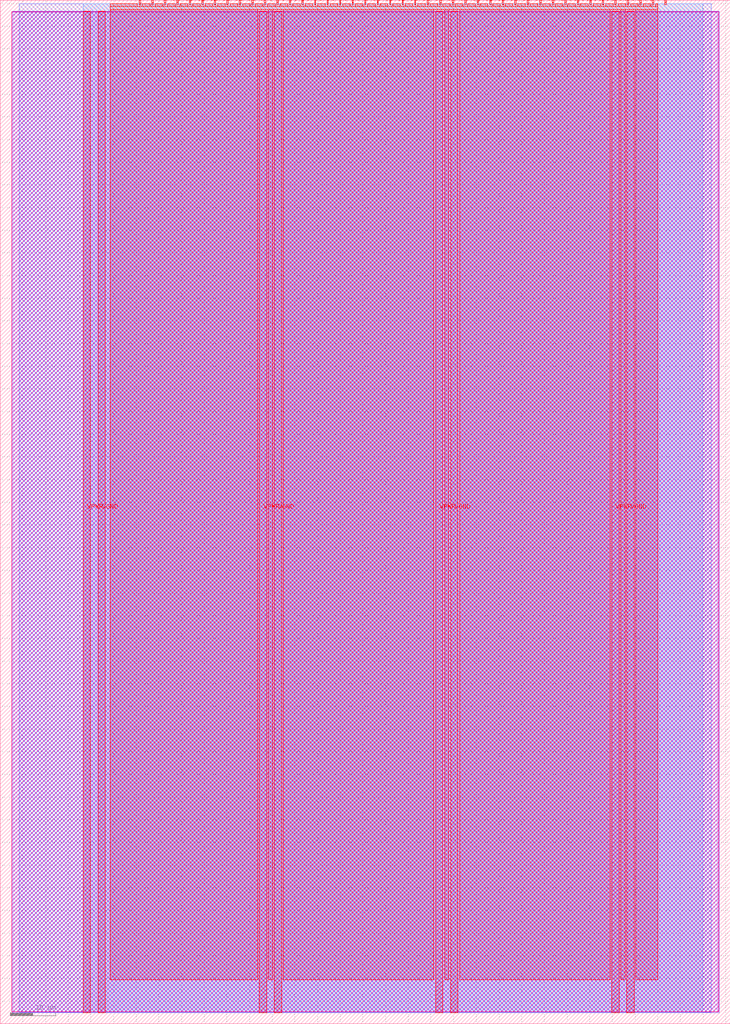
<source format=lef>
VERSION 5.7 ;
  NOWIREEXTENSIONATPIN ON ;
  DIVIDERCHAR "/" ;
  BUSBITCHARS "[]" ;
MACRO tt_um_rejunity_vga_playground
  CLASS BLOCK ;
  FOREIGN tt_um_rejunity_vga_playground ;
  ORIGIN 0.000 0.000 ;
  SIZE 161.000 BY 225.760 ;
  PIN VGND
    DIRECTION INOUT ;
    USE GROUND ;
    PORT
      LAYER met4 ;
        RECT 21.580 2.480 23.180 223.280 ;
    END
    PORT
      LAYER met4 ;
        RECT 60.450 2.480 62.050 223.280 ;
    END
    PORT
      LAYER met4 ;
        RECT 99.320 2.480 100.920 223.280 ;
    END
    PORT
      LAYER met4 ;
        RECT 138.190 2.480 139.790 223.280 ;
    END
  END VGND
  PIN VPWR
    DIRECTION INOUT ;
    USE POWER ;
    PORT
      LAYER met4 ;
        RECT 18.280 2.480 19.880 223.280 ;
    END
    PORT
      LAYER met4 ;
        RECT 57.150 2.480 58.750 223.280 ;
    END
    PORT
      LAYER met4 ;
        RECT 96.020 2.480 97.620 223.280 ;
    END
    PORT
      LAYER met4 ;
        RECT 134.890 2.480 136.490 223.280 ;
    END
  END VPWR
  PIN clk
    DIRECTION INPUT ;
    USE SIGNAL ;
    ANTENNAGATEAREA 0.852000 ;
    PORT
      LAYER met4 ;
        RECT 143.830 224.760 144.130 225.760 ;
    END
  END clk
  PIN ena
    DIRECTION INPUT ;
    USE SIGNAL ;
    PORT
      LAYER met4 ;
        RECT 146.590 224.760 146.890 225.760 ;
    END
  END ena
  PIN rst_n
    DIRECTION INPUT ;
    USE SIGNAL ;
    ANTENNAGATEAREA 0.196500 ;
    PORT
      LAYER met4 ;
        RECT 141.070 224.760 141.370 225.760 ;
    END
  END rst_n
  PIN ui_in[0]
    DIRECTION INPUT ;
    USE SIGNAL ;
    PORT
      LAYER met4 ;
        RECT 138.310 224.760 138.610 225.760 ;
    END
  END ui_in[0]
  PIN ui_in[1]
    DIRECTION INPUT ;
    USE SIGNAL ;
    PORT
      LAYER met4 ;
        RECT 135.550 224.760 135.850 225.760 ;
    END
  END ui_in[1]
  PIN ui_in[2]
    DIRECTION INPUT ;
    USE SIGNAL ;
    PORT
      LAYER met4 ;
        RECT 132.790 224.760 133.090 225.760 ;
    END
  END ui_in[2]
  PIN ui_in[3]
    DIRECTION INPUT ;
    USE SIGNAL ;
    PORT
      LAYER met4 ;
        RECT 130.030 224.760 130.330 225.760 ;
    END
  END ui_in[3]
  PIN ui_in[4]
    DIRECTION INPUT ;
    USE SIGNAL ;
    PORT
      LAYER met4 ;
        RECT 127.270 224.760 127.570 225.760 ;
    END
  END ui_in[4]
  PIN ui_in[5]
    DIRECTION INPUT ;
    USE SIGNAL ;
    PORT
      LAYER met4 ;
        RECT 124.510 224.760 124.810 225.760 ;
    END
  END ui_in[5]
  PIN ui_in[6]
    DIRECTION INPUT ;
    USE SIGNAL ;
    PORT
      LAYER met4 ;
        RECT 121.750 224.760 122.050 225.760 ;
    END
  END ui_in[6]
  PIN ui_in[7]
    DIRECTION INPUT ;
    USE SIGNAL ;
    PORT
      LAYER met4 ;
        RECT 118.990 224.760 119.290 225.760 ;
    END
  END ui_in[7]
  PIN uio_in[0]
    DIRECTION INPUT ;
    USE SIGNAL ;
    PORT
      LAYER met4 ;
        RECT 116.230 224.760 116.530 225.760 ;
    END
  END uio_in[0]
  PIN uio_in[1]
    DIRECTION INPUT ;
    USE SIGNAL ;
    PORT
      LAYER met4 ;
        RECT 113.470 224.760 113.770 225.760 ;
    END
  END uio_in[1]
  PIN uio_in[2]
    DIRECTION INPUT ;
    USE SIGNAL ;
    PORT
      LAYER met4 ;
        RECT 110.710 224.760 111.010 225.760 ;
    END
  END uio_in[2]
  PIN uio_in[3]
    DIRECTION INPUT ;
    USE SIGNAL ;
    PORT
      LAYER met4 ;
        RECT 107.950 224.760 108.250 225.760 ;
    END
  END uio_in[3]
  PIN uio_in[4]
    DIRECTION INPUT ;
    USE SIGNAL ;
    PORT
      LAYER met4 ;
        RECT 105.190 224.760 105.490 225.760 ;
    END
  END uio_in[4]
  PIN uio_in[5]
    DIRECTION INPUT ;
    USE SIGNAL ;
    PORT
      LAYER met4 ;
        RECT 102.430 224.760 102.730 225.760 ;
    END
  END uio_in[5]
  PIN uio_in[6]
    DIRECTION INPUT ;
    USE SIGNAL ;
    PORT
      LAYER met4 ;
        RECT 99.670 224.760 99.970 225.760 ;
    END
  END uio_in[6]
  PIN uio_in[7]
    DIRECTION INPUT ;
    USE SIGNAL ;
    PORT
      LAYER met4 ;
        RECT 96.910 224.760 97.210 225.760 ;
    END
  END uio_in[7]
  PIN uio_oe[0]
    DIRECTION OUTPUT ;
    USE SIGNAL ;
    PORT
      LAYER met4 ;
        RECT 49.990 224.760 50.290 225.760 ;
    END
  END uio_oe[0]
  PIN uio_oe[1]
    DIRECTION OUTPUT ;
    USE SIGNAL ;
    PORT
      LAYER met4 ;
        RECT 47.230 224.760 47.530 225.760 ;
    END
  END uio_oe[1]
  PIN uio_oe[2]
    DIRECTION OUTPUT ;
    USE SIGNAL ;
    PORT
      LAYER met4 ;
        RECT 44.470 224.760 44.770 225.760 ;
    END
  END uio_oe[2]
  PIN uio_oe[3]
    DIRECTION OUTPUT ;
    USE SIGNAL ;
    PORT
      LAYER met4 ;
        RECT 41.710 224.760 42.010 225.760 ;
    END
  END uio_oe[3]
  PIN uio_oe[4]
    DIRECTION OUTPUT ;
    USE SIGNAL ;
    PORT
      LAYER met4 ;
        RECT 38.950 224.760 39.250 225.760 ;
    END
  END uio_oe[4]
  PIN uio_oe[5]
    DIRECTION OUTPUT ;
    USE SIGNAL ;
    PORT
      LAYER met4 ;
        RECT 36.190 224.760 36.490 225.760 ;
    END
  END uio_oe[5]
  PIN uio_oe[6]
    DIRECTION OUTPUT ;
    USE SIGNAL ;
    PORT
      LAYER met4 ;
        RECT 33.430 224.760 33.730 225.760 ;
    END
  END uio_oe[6]
  PIN uio_oe[7]
    DIRECTION OUTPUT ;
    USE SIGNAL ;
    PORT
      LAYER met4 ;
        RECT 30.670 224.760 30.970 225.760 ;
    END
  END uio_oe[7]
  PIN uio_out[0]
    DIRECTION OUTPUT ;
    USE SIGNAL ;
    PORT
      LAYER met4 ;
        RECT 72.070 224.760 72.370 225.760 ;
    END
  END uio_out[0]
  PIN uio_out[1]
    DIRECTION OUTPUT ;
    USE SIGNAL ;
    PORT
      LAYER met4 ;
        RECT 69.310 224.760 69.610 225.760 ;
    END
  END uio_out[1]
  PIN uio_out[2]
    DIRECTION OUTPUT ;
    USE SIGNAL ;
    PORT
      LAYER met4 ;
        RECT 66.550 224.760 66.850 225.760 ;
    END
  END uio_out[2]
  PIN uio_out[3]
    DIRECTION OUTPUT ;
    USE SIGNAL ;
    PORT
      LAYER met4 ;
        RECT 63.790 224.760 64.090 225.760 ;
    END
  END uio_out[3]
  PIN uio_out[4]
    DIRECTION OUTPUT ;
    USE SIGNAL ;
    PORT
      LAYER met4 ;
        RECT 61.030 224.760 61.330 225.760 ;
    END
  END uio_out[4]
  PIN uio_out[5]
    DIRECTION OUTPUT ;
    USE SIGNAL ;
    PORT
      LAYER met4 ;
        RECT 58.270 224.760 58.570 225.760 ;
    END
  END uio_out[5]
  PIN uio_out[6]
    DIRECTION OUTPUT ;
    USE SIGNAL ;
    PORT
      LAYER met4 ;
        RECT 55.510 224.760 55.810 225.760 ;
    END
  END uio_out[6]
  PIN uio_out[7]
    DIRECTION OUTPUT ;
    USE SIGNAL ;
    PORT
      LAYER met4 ;
        RECT 52.750 224.760 53.050 225.760 ;
    END
  END uio_out[7]
  PIN uo_out[0]
    DIRECTION OUTPUT ;
    USE SIGNAL ;
    PORT
      LAYER met4 ;
        RECT 94.150 224.760 94.450 225.760 ;
    END
  END uo_out[0]
  PIN uo_out[1]
    DIRECTION OUTPUT ;
    USE SIGNAL ;
    ANTENNADIFFAREA 0.924000 ;
    PORT
      LAYER met4 ;
        RECT 91.390 224.760 91.690 225.760 ;
    END
  END uo_out[1]
  PIN uo_out[2]
    DIRECTION OUTPUT ;
    USE SIGNAL ;
    ANTENNADIFFAREA 0.924000 ;
    PORT
      LAYER met4 ;
        RECT 88.630 224.760 88.930 225.760 ;
    END
  END uo_out[2]
  PIN uo_out[3]
    DIRECTION OUTPUT ;
    USE SIGNAL ;
    ANTENNADIFFAREA 0.445500 ;
    PORT
      LAYER met4 ;
        RECT 85.870 224.760 86.170 225.760 ;
    END
  END uo_out[3]
  PIN uo_out[4]
    DIRECTION OUTPUT ;
    USE SIGNAL ;
    PORT
      LAYER met4 ;
        RECT 83.110 224.760 83.410 225.760 ;
    END
  END uo_out[4]
  PIN uo_out[5]
    DIRECTION OUTPUT ;
    USE SIGNAL ;
    ANTENNADIFFAREA 1.593000 ;
    PORT
      LAYER met4 ;
        RECT 80.350 224.760 80.650 225.760 ;
    END
  END uo_out[5]
  PIN uo_out[6]
    DIRECTION OUTPUT ;
    USE SIGNAL ;
    ANTENNADIFFAREA 0.924000 ;
    PORT
      LAYER met4 ;
        RECT 77.590 224.760 77.890 225.760 ;
    END
  END uo_out[6]
  PIN uo_out[7]
    DIRECTION OUTPUT ;
    USE SIGNAL ;
    ANTENNADIFFAREA 0.445500 ;
    PORT
      LAYER met4 ;
        RECT 74.830 224.760 75.130 225.760 ;
    END
  END uo_out[7]
  OBS
      LAYER nwell ;
        RECT 2.570 2.635 158.430 223.230 ;
      LAYER li1 ;
        RECT 2.760 2.635 158.240 223.125 ;
      LAYER met1 ;
        RECT 2.760 2.480 158.540 223.280 ;
      LAYER met2 ;
        RECT 4.240 2.535 156.760 224.925 ;
      LAYER met3 ;
        RECT 18.290 2.555 154.955 224.905 ;
      LAYER met4 ;
        RECT 24.215 224.360 30.270 224.905 ;
        RECT 31.370 224.360 33.030 224.905 ;
        RECT 34.130 224.360 35.790 224.905 ;
        RECT 36.890 224.360 38.550 224.905 ;
        RECT 39.650 224.360 41.310 224.905 ;
        RECT 42.410 224.360 44.070 224.905 ;
        RECT 45.170 224.360 46.830 224.905 ;
        RECT 47.930 224.360 49.590 224.905 ;
        RECT 50.690 224.360 52.350 224.905 ;
        RECT 53.450 224.360 55.110 224.905 ;
        RECT 56.210 224.360 57.870 224.905 ;
        RECT 58.970 224.360 60.630 224.905 ;
        RECT 61.730 224.360 63.390 224.905 ;
        RECT 64.490 224.360 66.150 224.905 ;
        RECT 67.250 224.360 68.910 224.905 ;
        RECT 70.010 224.360 71.670 224.905 ;
        RECT 72.770 224.360 74.430 224.905 ;
        RECT 75.530 224.360 77.190 224.905 ;
        RECT 78.290 224.360 79.950 224.905 ;
        RECT 81.050 224.360 82.710 224.905 ;
        RECT 83.810 224.360 85.470 224.905 ;
        RECT 86.570 224.360 88.230 224.905 ;
        RECT 89.330 224.360 90.990 224.905 ;
        RECT 92.090 224.360 93.750 224.905 ;
        RECT 94.850 224.360 96.510 224.905 ;
        RECT 97.610 224.360 99.270 224.905 ;
        RECT 100.370 224.360 102.030 224.905 ;
        RECT 103.130 224.360 104.790 224.905 ;
        RECT 105.890 224.360 107.550 224.905 ;
        RECT 108.650 224.360 110.310 224.905 ;
        RECT 111.410 224.360 113.070 224.905 ;
        RECT 114.170 224.360 115.830 224.905 ;
        RECT 116.930 224.360 118.590 224.905 ;
        RECT 119.690 224.360 121.350 224.905 ;
        RECT 122.450 224.360 124.110 224.905 ;
        RECT 125.210 224.360 126.870 224.905 ;
        RECT 127.970 224.360 129.630 224.905 ;
        RECT 130.730 224.360 132.390 224.905 ;
        RECT 133.490 224.360 135.150 224.905 ;
        RECT 136.250 224.360 137.910 224.905 ;
        RECT 139.010 224.360 140.670 224.905 ;
        RECT 141.770 224.360 143.430 224.905 ;
        RECT 144.530 224.360 145.065 224.905 ;
        RECT 24.215 223.680 145.065 224.360 ;
        RECT 24.215 9.695 56.750 223.680 ;
        RECT 59.150 9.695 60.050 223.680 ;
        RECT 62.450 9.695 95.620 223.680 ;
        RECT 98.020 9.695 98.920 223.680 ;
        RECT 101.320 9.695 134.490 223.680 ;
        RECT 136.890 9.695 137.790 223.680 ;
        RECT 140.190 9.695 145.065 223.680 ;
  END
END tt_um_rejunity_vga_playground
END LIBRARY


</source>
